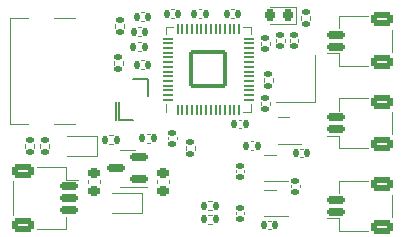
<source format=gbr>
%TF.GenerationSoftware,KiCad,Pcbnew,(6.0.5)*%
%TF.CreationDate,2022-10-09T22:16:16+01:00*%
%TF.ProjectId,PicoDrive,5069636f-4472-4697-9665-2e6b69636164,rev?*%
%TF.SameCoordinates,Original*%
%TF.FileFunction,Legend,Top*%
%TF.FilePolarity,Positive*%
%FSLAX46Y46*%
G04 Gerber Fmt 4.6, Leading zero omitted, Abs format (unit mm)*
G04 Created by KiCad (PCBNEW (6.0.5)) date 2022-10-09 22:16:16*
%MOMM*%
%LPD*%
G01*
G04 APERTURE LIST*
G04 Aperture macros list*
%AMRoundRect*
0 Rectangle with rounded corners*
0 $1 Rounding radius*
0 $2 $3 $4 $5 $6 $7 $8 $9 X,Y pos of 4 corners*
0 Add a 4 corners polygon primitive as box body*
4,1,4,$2,$3,$4,$5,$6,$7,$8,$9,$2,$3,0*
0 Add four circle primitives for the rounded corners*
1,1,$1+$1,$2,$3*
1,1,$1+$1,$4,$5*
1,1,$1+$1,$6,$7*
1,1,$1+$1,$8,$9*
0 Add four rect primitives between the rounded corners*
20,1,$1+$1,$2,$3,$4,$5,0*
20,1,$1+$1,$4,$5,$6,$7,0*
20,1,$1+$1,$6,$7,$8,$9,0*
20,1,$1+$1,$8,$9,$2,$3,0*%
G04 Aperture macros list end*
%ADD10C,0.120000*%
%ADD11C,0.150000*%
%ADD12C,0.200000*%
%ADD13RoundRect,0.150000X0.625000X-0.150000X0.625000X0.150000X-0.625000X0.150000X-0.625000X-0.150000X0*%
%ADD14RoundRect,0.250000X0.650000X-0.350000X0.650000X0.350000X-0.650000X0.350000X-0.650000X-0.350000X0*%
%ADD15RoundRect,0.250000X-0.650000X0.350000X-0.650000X-0.350000X0.650000X-0.350000X0.650000X0.350000X0*%
%ADD16RoundRect,0.150000X-0.625000X0.150000X-0.625000X-0.150000X0.625000X-0.150000X0.625000X0.150000X0*%
%ADD17R,0.600000X0.450000*%
%ADD18RoundRect,0.135000X-0.135000X-0.185000X0.135000X-0.185000X0.135000X0.185000X-0.135000X0.185000X0*%
%ADD19RoundRect,0.135000X0.135000X0.185000X-0.135000X0.185000X-0.135000X-0.185000X0.135000X-0.185000X0*%
%ADD20RoundRect,0.135000X-0.185000X0.135000X-0.185000X-0.135000X0.185000X-0.135000X0.185000X0.135000X0*%
%ADD21RoundRect,0.135000X0.185000X-0.135000X0.185000X0.135000X-0.185000X0.135000X-0.185000X-0.135000X0*%
%ADD22R,0.250000X0.300000*%
%ADD23R,1.600000X0.200000*%
%ADD24RoundRect,0.218750X0.218750X0.256250X-0.218750X0.256250X-0.218750X-0.256250X0.218750X-0.256250X0*%
%ADD25RoundRect,0.140000X0.140000X0.170000X-0.140000X0.170000X-0.140000X-0.170000X0.140000X-0.170000X0*%
%ADD26RoundRect,0.140000X-0.170000X0.140000X-0.170000X-0.140000X0.170000X-0.140000X0.170000X0.140000X0*%
%ADD27RoundRect,0.140000X0.170000X-0.140000X0.170000X0.140000X-0.170000X0.140000X-0.170000X-0.140000X0*%
%ADD28RoundRect,0.140000X-0.140000X-0.170000X0.140000X-0.170000X0.140000X0.170000X-0.140000X0.170000X0*%
%ADD29RoundRect,0.225000X-0.250000X0.225000X-0.250000X-0.225000X0.250000X-0.225000X0.250000X0.225000X0*%
%ADD30RoundRect,0.225000X0.250000X-0.225000X0.250000X0.225000X-0.250000X0.225000X-0.250000X-0.225000X0*%
%ADD31R,0.900000X1.600000*%
%ADD32R,0.500000X0.250000*%
%ADD33R,1.200000X1.400000*%
%ADD34C,0.600000*%
%ADD35R,1.160000X0.600000*%
%ADD36R,1.160000X0.300000*%
%ADD37O,2.000000X0.900000*%
%ADD38O,1.700000X0.900000*%
%ADD39RoundRect,0.050000X0.050000X-0.387500X0.050000X0.387500X-0.050000X0.387500X-0.050000X-0.387500X0*%
%ADD40RoundRect,0.050000X0.387500X-0.050000X0.387500X0.050000X-0.387500X0.050000X-0.387500X-0.050000X0*%
%ADD41RoundRect,0.144000X1.456000X-1.456000X1.456000X1.456000X-1.456000X1.456000X-1.456000X-1.456000X0*%
%ADD42RoundRect,0.150000X0.587500X0.150000X-0.587500X0.150000X-0.587500X-0.150000X0.587500X-0.150000X0*%
G04 APERTURE END LIST*
D10*
%TO.C,J1*%
X170300000Y-55670000D02*
X169310000Y-55670000D01*
X172800000Y-52500000D02*
X170300000Y-52500000D01*
X170300000Y-52500000D02*
X170300000Y-53550000D01*
X172800000Y-56720000D02*
X170300000Y-56720000D01*
X174770000Y-55550000D02*
X174770000Y-53670000D01*
X170300000Y-56720000D02*
X170300000Y-55670000D01*
%TO.C,J2*%
X170300000Y-62655000D02*
X169310000Y-62655000D01*
X172800000Y-59485000D02*
X170300000Y-59485000D01*
X170300000Y-59485000D02*
X170300000Y-60535000D01*
X172800000Y-63705000D02*
X170300000Y-63705000D01*
X174770000Y-62535000D02*
X174770000Y-60655000D01*
X170300000Y-63705000D02*
X170300000Y-62655000D01*
%TO.C,J3*%
X170300000Y-69640000D02*
X169310000Y-69640000D01*
X172800000Y-66470000D02*
X170300000Y-66470000D01*
X170300000Y-66470000D02*
X170300000Y-67520000D01*
X172800000Y-70690000D02*
X170300000Y-70690000D01*
X174770000Y-69520000D02*
X174770000Y-67640000D01*
X170300000Y-70690000D02*
X170300000Y-69640000D01*
%TO.C,J4*%
X144700000Y-70555000D02*
X147200000Y-70555000D01*
X147200000Y-66385000D02*
X148190000Y-66385000D01*
X144700000Y-65335000D02*
X147200000Y-65335000D01*
X147200000Y-65335000D02*
X147200000Y-66385000D01*
X147200000Y-70555000D02*
X147200000Y-69505000D01*
X142730000Y-66505000D02*
X142730000Y-69385000D01*
%TO.C,D1*%
X149836000Y-64350000D02*
X149836000Y-62650000D01*
X149836000Y-62650000D02*
X147286000Y-62650000D01*
X149836000Y-64350000D02*
X147286000Y-64350000D01*
%TO.C,R11*%
X159231359Y-68960000D02*
X159538641Y-68960000D01*
X159231359Y-68200000D02*
X159538641Y-68200000D01*
%TO.C,R10*%
X159538641Y-70103000D02*
X159231359Y-70103000D01*
X159538641Y-69343000D02*
X159231359Y-69343000D01*
%TO.C,R9*%
X143765000Y-63346359D02*
X143765000Y-63653641D01*
X144525000Y-63346359D02*
X144525000Y-63653641D01*
%TO.C,R8*%
X145035000Y-63653641D02*
X145035000Y-63346359D01*
X145795000Y-63653641D02*
X145795000Y-63346359D01*
D11*
%TO.C,U1*%
X154158000Y-57813000D02*
X152908000Y-57813000D01*
X151658000Y-59813000D02*
X151658000Y-61313000D01*
D12*
X151408000Y-61313000D02*
X151408000Y-59813000D01*
D11*
X154158000Y-59313000D02*
X154158000Y-57813000D01*
X151658000Y-61313000D02*
X152908000Y-61313000D01*
D10*
%TO.C,R12*%
X167893000Y-52551359D02*
X167893000Y-52858641D01*
X167133000Y-52551359D02*
X167133000Y-52858641D01*
%TO.C,R7*%
X157354000Y-63870141D02*
X157354000Y-63562859D01*
X158114000Y-63870141D02*
X158114000Y-63562859D01*
%TO.C,R6*%
X153262359Y-55498000D02*
X153569641Y-55498000D01*
X153262359Y-54738000D02*
X153569641Y-54738000D01*
%TO.C,R5*%
X152018000Y-56668641D02*
X152018000Y-56361359D01*
X151258000Y-56668641D02*
X151258000Y-56361359D01*
%TO.C,R4*%
X163958000Y-57758359D02*
X163958000Y-58065641D01*
X164718000Y-57758359D02*
X164718000Y-58065641D01*
%TO.C,R3*%
X154024359Y-62485000D02*
X154331641Y-62485000D01*
X154024359Y-63245000D02*
X154331641Y-63245000D01*
%TO.C,R2*%
X151156641Y-62612000D02*
X150849359Y-62612000D01*
X151156641Y-63372000D02*
X150849359Y-63372000D01*
%TO.C,R1*%
X151385000Y-53186359D02*
X151385000Y-53493641D01*
X152145000Y-53186359D02*
X152145000Y-53493641D01*
%TO.C,D3*%
X166712000Y-51716000D02*
X164427000Y-51716000D01*
X166712000Y-53186000D02*
X166712000Y-51716000D01*
X164427000Y-53186000D02*
X166712000Y-53186000D01*
%TO.C,C20*%
X164544836Y-69871000D02*
X164329164Y-69871000D01*
X164544836Y-70591000D02*
X164329164Y-70591000D01*
%TO.C,C19*%
X166264000Y-66821164D02*
X166264000Y-67036836D01*
X166984000Y-66821164D02*
X166984000Y-67036836D01*
%TO.C,C18*%
X167239836Y-63775000D02*
X167024164Y-63775000D01*
X167239836Y-64495000D02*
X167024164Y-64495000D01*
%TO.C,C17*%
X161565000Y-69107164D02*
X161565000Y-69322836D01*
X162285000Y-69107164D02*
X162285000Y-69322836D01*
%TO.C,C16*%
X162285000Y-65766836D02*
X162285000Y-65551164D01*
X161565000Y-65766836D02*
X161565000Y-65551164D01*
%TO.C,C15*%
X163048836Y-63860000D02*
X162833164Y-63860000D01*
X163048836Y-63140000D02*
X162833164Y-63140000D01*
%TO.C,C14*%
X153777836Y-52938000D02*
X153562164Y-52938000D01*
X153777836Y-52218000D02*
X153562164Y-52218000D01*
%TO.C,C13*%
X161817164Y-61311200D02*
X162032836Y-61311200D01*
X161817164Y-62031200D02*
X162032836Y-62031200D01*
%TO.C,C12*%
X161182164Y-51964000D02*
X161397836Y-51964000D01*
X161182164Y-52684000D02*
X161397836Y-52684000D01*
%TO.C,C11*%
X156317836Y-52684000D02*
X156102164Y-52684000D01*
X156317836Y-51964000D02*
X156102164Y-51964000D01*
%TO.C,C10*%
X164994000Y-54717836D02*
X164994000Y-54502164D01*
X165714000Y-54717836D02*
X165714000Y-54502164D01*
%TO.C,C9*%
X156570000Y-62757164D02*
X156570000Y-62972836D01*
X155850000Y-62757164D02*
X155850000Y-62972836D01*
%TO.C,C8*%
X158447664Y-51964000D02*
X158663336Y-51964000D01*
X158447664Y-52684000D02*
X158663336Y-52684000D01*
%TO.C,C7*%
X153777836Y-56282000D02*
X153562164Y-56282000D01*
X153777836Y-57002000D02*
X153562164Y-57002000D01*
%TO.C,C4*%
X163724000Y-54971836D02*
X163724000Y-54756164D01*
X164444000Y-54971836D02*
X164444000Y-54756164D01*
%TO.C,C2*%
X153523836Y-54208000D02*
X153308164Y-54208000D01*
X153523836Y-53488000D02*
X153308164Y-53488000D01*
%TO.C,C6*%
X166137000Y-54717836D02*
X166137000Y-54502164D01*
X166857000Y-54717836D02*
X166857000Y-54502164D01*
%TO.C,C5*%
X164444000Y-59836164D02*
X164444000Y-60051836D01*
X163724000Y-59836164D02*
X163724000Y-60051836D01*
%TO.C,C3*%
X154938000Y-66407420D02*
X154938000Y-66688580D01*
X155958000Y-66407420D02*
X155958000Y-66688580D01*
%TO.C,C1*%
X150116000Y-66688580D02*
X150116000Y-66407420D01*
X149096000Y-66688580D02*
X149096000Y-66407420D01*
%TO.C,D2*%
X153646000Y-69176000D02*
X151096000Y-69176000D01*
X153646000Y-67476000D02*
X151096000Y-67476000D01*
X153646000Y-69176000D02*
X153646000Y-67476000D01*
%TO.C,U6*%
X165965000Y-69465000D02*
X163965000Y-69465000D01*
X163965000Y-67225000D02*
X164965000Y-67225000D01*
%TO.C,U4*%
X165108000Y-61110000D02*
X166108000Y-61110000D01*
X167108000Y-63350000D02*
X165108000Y-63350000D01*
%TO.C,Y1*%
X164974000Y-59785000D02*
X168274000Y-59785000D01*
X168274000Y-59785000D02*
X168274000Y-55785000D01*
%TO.C,U5*%
X163965000Y-64285000D02*
X164965000Y-64285000D01*
X165965000Y-66525000D02*
X163965000Y-66525000D01*
%TO.C,P1*%
X142480000Y-52680000D02*
X143940000Y-52680000D01*
X142480000Y-61620000D02*
X142480000Y-52680000D01*
X147990000Y-52680000D02*
X146190000Y-52680000D01*
X147990000Y-61620000D02*
X146190000Y-61620000D01*
X142480000Y-61620000D02*
X143940000Y-61620000D01*
%TO.C,U3*%
X155648000Y-54063000D02*
X155648000Y-53413000D01*
X155648000Y-53413000D02*
X156298000Y-53413000D01*
X155648000Y-59983000D02*
X155648000Y-60633000D01*
X162868000Y-53413000D02*
X162218000Y-53413000D01*
X162868000Y-59983000D02*
X162868000Y-60633000D01*
X162868000Y-60633000D02*
X162218000Y-60633000D01*
X162868000Y-54063000D02*
X162868000Y-53413000D01*
%TO.C,U2*%
X152400000Y-66965000D02*
X154075000Y-66965000D01*
X152400000Y-66965000D02*
X151750000Y-66965000D01*
X152400000Y-63845000D02*
X151750000Y-63845000D01*
X152400000Y-63845000D02*
X153050000Y-63845000D01*
%TD*%
%LPC*%
D13*
%TO.C,J1*%
X170085000Y-55110000D03*
X170085000Y-54110000D03*
D14*
X173960000Y-56410000D03*
X173960000Y-52810000D03*
%TD*%
D13*
%TO.C,J2*%
X170085000Y-62095000D03*
X170085000Y-61095000D03*
D14*
X173960000Y-63395000D03*
X173960000Y-59795000D03*
%TD*%
D13*
%TO.C,J3*%
X170085000Y-69080000D03*
X170085000Y-68080000D03*
D14*
X173960000Y-70380000D03*
X173960000Y-66780000D03*
%TD*%
D15*
%TO.C,J4*%
X143540000Y-65645000D03*
X143540000Y-70245000D03*
D16*
X147415000Y-68945000D03*
X147415000Y-67945000D03*
X147415000Y-66945000D03*
%TD*%
D17*
%TO.C,D1*%
X149386000Y-63500000D03*
X147286000Y-63500000D03*
%TD*%
D18*
%TO.C,R11*%
X159895000Y-68580000D03*
X158875000Y-68580000D03*
%TD*%
D19*
%TO.C,R10*%
X159895000Y-69723000D03*
X158875000Y-69723000D03*
%TD*%
D20*
%TO.C,R9*%
X144145000Y-64010000D03*
X144145000Y-62990000D03*
%TD*%
D21*
%TO.C,R8*%
X145415000Y-64010000D03*
X145415000Y-62990000D03*
%TD*%
D22*
%TO.C,U1*%
X152158000Y-60763000D03*
X152658000Y-60763000D03*
X153158000Y-60763000D03*
X153658000Y-60763000D03*
X153658000Y-58363000D03*
X153158000Y-58363000D03*
X152658000Y-58363000D03*
X152158000Y-58363000D03*
D23*
X152908000Y-59563000D03*
%TD*%
D20*
%TO.C,R12*%
X167513000Y-52195000D03*
X167513000Y-53215000D03*
%TD*%
D21*
%TO.C,R7*%
X157734000Y-64226500D03*
X157734000Y-63206500D03*
%TD*%
D18*
%TO.C,R6*%
X153926000Y-55118000D03*
X152906000Y-55118000D03*
%TD*%
D21*
%TO.C,R5*%
X151638000Y-56005000D03*
X151638000Y-57025000D03*
%TD*%
D20*
%TO.C,R4*%
X164338000Y-58422000D03*
X164338000Y-57402000D03*
%TD*%
D18*
%TO.C,R3*%
X153668000Y-62865000D03*
X154688000Y-62865000D03*
%TD*%
D19*
%TO.C,R2*%
X150493000Y-62992000D03*
X151513000Y-62992000D03*
%TD*%
D20*
%TO.C,R1*%
X151765000Y-53850000D03*
X151765000Y-52830000D03*
%TD*%
D24*
%TO.C,D3*%
X166014500Y-52451000D03*
X164439500Y-52451000D03*
%TD*%
D25*
%TO.C,C20*%
X164917000Y-70231000D03*
X163957000Y-70231000D03*
%TD*%
D26*
%TO.C,C19*%
X166624000Y-66449000D03*
X166624000Y-67409000D03*
%TD*%
D25*
%TO.C,C18*%
X167612000Y-64135000D03*
X166652000Y-64135000D03*
%TD*%
D26*
%TO.C,C17*%
X161925000Y-68735000D03*
X161925000Y-69695000D03*
%TD*%
D27*
%TO.C,C16*%
X161925000Y-66139000D03*
X161925000Y-65179000D03*
%TD*%
D25*
%TO.C,C15*%
X162461000Y-63500000D03*
X163421000Y-63500000D03*
%TD*%
%TO.C,C14*%
X153190000Y-52578000D03*
X154150000Y-52578000D03*
%TD*%
D28*
%TO.C,C13*%
X162405000Y-61671200D03*
X161445000Y-61671200D03*
%TD*%
%TO.C,C12*%
X161770000Y-52324000D03*
X160810000Y-52324000D03*
%TD*%
D25*
%TO.C,C11*%
X155730000Y-52324000D03*
X156690000Y-52324000D03*
%TD*%
D27*
%TO.C,C10*%
X165354000Y-54130000D03*
X165354000Y-55090000D03*
%TD*%
D26*
%TO.C,C9*%
X156210000Y-63345000D03*
X156210000Y-62385000D03*
%TD*%
D28*
%TO.C,C8*%
X159035500Y-52324000D03*
X158075500Y-52324000D03*
%TD*%
D25*
%TO.C,C7*%
X154150000Y-56642000D03*
X153190000Y-56642000D03*
%TD*%
D27*
%TO.C,C4*%
X164084000Y-54384000D03*
X164084000Y-55344000D03*
%TD*%
D25*
%TO.C,C2*%
X152936000Y-53848000D03*
X153896000Y-53848000D03*
%TD*%
D27*
%TO.C,C6*%
X166497000Y-54130000D03*
X166497000Y-55090000D03*
%TD*%
D26*
%TO.C,C5*%
X164084000Y-60424000D03*
X164084000Y-59464000D03*
%TD*%
D29*
%TO.C,C3*%
X155448000Y-65773000D03*
X155448000Y-67323000D03*
%TD*%
D30*
%TO.C,C1*%
X149606000Y-67323000D03*
X149606000Y-65773000D03*
%TD*%
D17*
%TO.C,D2*%
X151096000Y-68326000D03*
X153196000Y-68326000D03*
%TD*%
D31*
%TO.C,U6*%
X164465000Y-68345000D03*
D32*
X163515000Y-69095000D03*
X163515000Y-68595000D03*
X163515000Y-68095000D03*
X163515000Y-67595000D03*
X165415000Y-67595000D03*
X165415000Y-68095000D03*
X165415000Y-68595000D03*
X165415000Y-69095000D03*
%TD*%
%TO.C,U4*%
X166558000Y-62980000D03*
X166558000Y-62480000D03*
X166558000Y-61980000D03*
X166558000Y-61480000D03*
X164658000Y-61480000D03*
X164658000Y-61980000D03*
X164658000Y-62480000D03*
X164658000Y-62980000D03*
D31*
X165608000Y-62230000D03*
%TD*%
D33*
%TO.C,Y1*%
X165774000Y-58885000D03*
X165774000Y-56685000D03*
X167474000Y-56685000D03*
X167474000Y-58885000D03*
%TD*%
D31*
%TO.C,U5*%
X164465000Y-65405000D03*
D32*
X163515000Y-66155000D03*
X163515000Y-65655000D03*
X163515000Y-65155000D03*
X163515000Y-64655000D03*
X165415000Y-64655000D03*
X165415000Y-65155000D03*
X165415000Y-65655000D03*
X165415000Y-66155000D03*
%TD*%
D34*
%TO.C,P1*%
X148770000Y-54260000D03*
X148770000Y-60040000D03*
D35*
X149830000Y-53950000D03*
X149830000Y-54750000D03*
D36*
X149830000Y-55900000D03*
X149830000Y-56900000D03*
X149830000Y-57400000D03*
X149830000Y-58400000D03*
D35*
X149830000Y-59550000D03*
X149830000Y-60350000D03*
X149830000Y-60350000D03*
X149830000Y-59550000D03*
D36*
X149830000Y-58900000D03*
X149830000Y-57900000D03*
X149830000Y-56400000D03*
X149830000Y-55400000D03*
D35*
X149830000Y-54750000D03*
X149830000Y-53950000D03*
D37*
X149250000Y-52830000D03*
D38*
X145080000Y-52830000D03*
D37*
X149250000Y-61470000D03*
D38*
X145080000Y-61470000D03*
%TD*%
D39*
%TO.C,U3*%
X156658000Y-60460500D03*
X157058000Y-60460500D03*
X157458000Y-60460500D03*
X157858000Y-60460500D03*
X158258000Y-60460500D03*
X158658000Y-60460500D03*
X159058000Y-60460500D03*
X159458000Y-60460500D03*
X159858000Y-60460500D03*
X160258000Y-60460500D03*
X160658000Y-60460500D03*
X161058000Y-60460500D03*
X161458000Y-60460500D03*
X161858000Y-60460500D03*
D40*
X162695500Y-59623000D03*
X162695500Y-59223000D03*
X162695500Y-58823000D03*
X162695500Y-58423000D03*
X162695500Y-58023000D03*
X162695500Y-57623000D03*
X162695500Y-57223000D03*
X162695500Y-56823000D03*
X162695500Y-56423000D03*
X162695500Y-56023000D03*
X162695500Y-55623000D03*
X162695500Y-55223000D03*
X162695500Y-54823000D03*
X162695500Y-54423000D03*
D39*
X161858000Y-53585500D03*
X161458000Y-53585500D03*
X161058000Y-53585500D03*
X160658000Y-53585500D03*
X160258000Y-53585500D03*
X159858000Y-53585500D03*
X159458000Y-53585500D03*
X159058000Y-53585500D03*
X158658000Y-53585500D03*
X158258000Y-53585500D03*
X157858000Y-53585500D03*
X157458000Y-53585500D03*
X157058000Y-53585500D03*
X156658000Y-53585500D03*
D40*
X155820500Y-54423000D03*
X155820500Y-54823000D03*
X155820500Y-55223000D03*
X155820500Y-55623000D03*
X155820500Y-56023000D03*
X155820500Y-56423000D03*
X155820500Y-56823000D03*
X155820500Y-57223000D03*
X155820500Y-57623000D03*
X155820500Y-58023000D03*
X155820500Y-58423000D03*
X155820500Y-58823000D03*
X155820500Y-59223000D03*
X155820500Y-59623000D03*
D41*
X159258000Y-57023000D03*
%TD*%
D42*
%TO.C,U2*%
X151462500Y-65405000D03*
X153337500Y-64455000D03*
X153337500Y-66355000D03*
%TD*%
M02*

</source>
